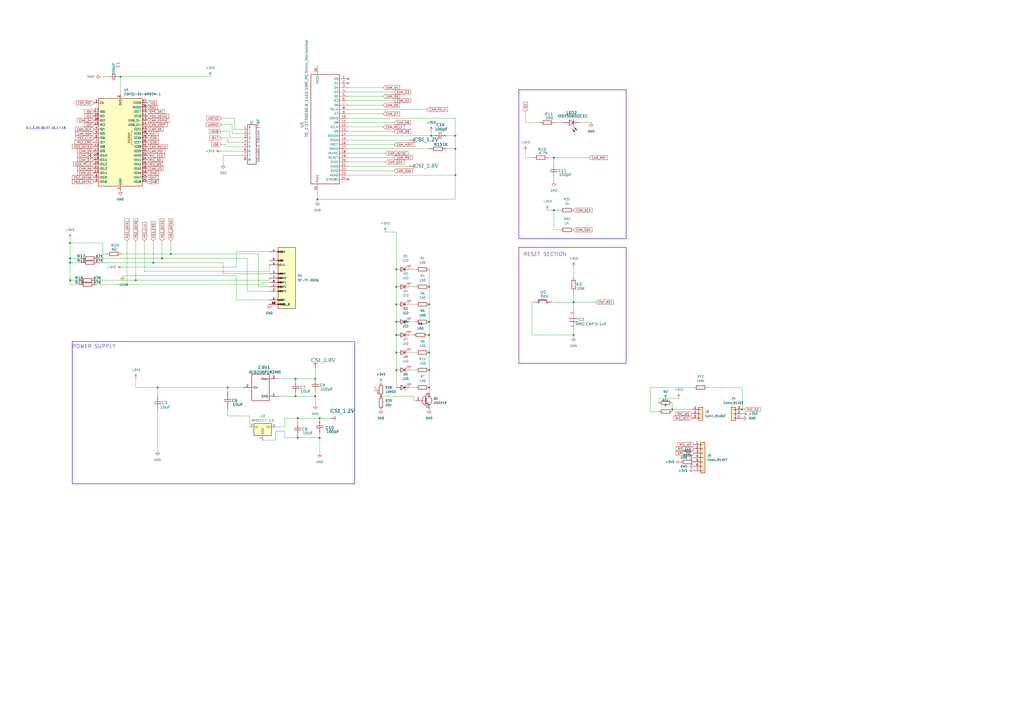
<source format=kicad_sch>
(kicad_sch (version 20250114) (generator "eeschema") (generator_version "9.0")
  (paper "A2")
  (rectangle (start 300.99 52.07) (end 363.22 138.43) (stroke (width 0.254)))
  (rectangle (start 300.99 143.51) (end 363.22 210.82) (stroke (width 0.254)))
  (rectangle (start 41.91 198.12) (end 205.74 280.67) (stroke (width 0.254)))
  (text "RESET SECTION" (at 303.53 146.4183 0) (effects (font (size 2.1717 2.1717)) (justify left top)))
  (text "0,1,3,35,36,37,46,47,48" (at 26.67 74.422 0) (effects (font (size 1.27 1.27))))
  (text "POWER SUPPLY" (at 41.91 199.7583 0) (effects (font (size 2.1717 2.1717)) (justify left top)))
  (junction (at 332.74 194.31))
  (junction (at 264.16 86.36))
  (junction (at 184.15 115.57))
  (junction (at 250.19 78.74))
  (junction (at 229.87 186.69))
  (junction (at 78.74 162.56))
  (junction (at 248.92 166.37))
  (junction (at 229.87 156.21))
  (junction (at 229.87 214.63))
  (junction (at 88.9 152.4))
  (junction (at 264.16 101.6))
  (junction (at 229.87 176.53))
  (junction (at 321.31 121.92))
  (junction (at 40.64 162.56))
  (junction (at 132.08 224.79))
  (junction (at 40.64 140.97))
  (junction (at 389.89 237.49))
  (junction (at 172.72 242.57))
  (junction (at 332.74 175.26))
  (junction (at 248.92 204.47))
  (junction (at 248.92 194.31))
  (junction (at 430.53 237.49))
  (junction (at 248.92 176.53))
  (junction (at 73.66 165.1))
  (junction (at 91.44 224.79))
  (junction (at 248.92 186.69))
  (junction (at 171.45 229.87))
  (junction (at 93.98 149.86))
  (junction (at 172.72 254))
  (junction (at 220.98 229.87))
  (junction (at 248.92 214.63))
  (junction (at 40.64 152.4))
  (junction (at 229.87 194.31))
  (junction (at 264.16 78.74))
  (junction (at 182.88 229.87))
  (junction (at 69.85 44.45))
  (junction (at 229.87 166.37))
  (junction (at 229.87 204.47))
  (junction (at 99.06 147.32))
  (junction (at 185.42 242.57))
  (junction (at 248.92 224.79))
  (junction (at 185.42 254))
  (junction (at 182.88 219.71))
  (junction (at 40.64 149.86))
  (junction (at 321.31 91.44))
  (junction (at 171.45 219.71))
  (no_connect (at 201.93 45.72))
  (no_connect (at 201.93 104.14))
  (no_connect (at 201.93 48.26))
  (wire (pts (xy 431.8 237.49) (xy 430.53 237.49)))
  (wire (pts (xy 240.03 194.31) (xy 237.49 194.31)))
  (wire (pts (xy 185.42 242.57) (xy 172.72 242.57)))
  (wire (pts (xy 152.4 165.1) (xy 152.4 163.83)))
  (wire (pts (xy 321.31 121.92) (xy 321.31 133.35)))
  (wire (pts (xy 132.08 82.55) (xy 140.97 82.55)))
  (wire (pts (xy 201.93 53.34) (xy 228.6 53.34)))
  (wire (pts (xy 45.72 165.1) (xy 40.64 165.1)))
  (wire (pts (xy 229.87 166.37) (xy 229.87 176.53)))
  (wire (pts (xy 165.1 247.65) (xy 160.02 247.65)))
  (wire (pts (xy 201.93 91.44) (xy 228.6 91.44)))
  (wire (pts (xy 201.93 66.04) (xy 222.25 66.04)))
  (wire (pts (xy 91.44 261.62) (xy 91.44 238.76)))
  (wire (pts (xy 264.16 101.6) (xy 264.16 86.36)))
  (wire (pts (xy 201.93 63.5) (xy 247.65 63.5)))
  (wire (pts (xy 83.82 157.48) (xy 156.21 157.48)))
  (wire (pts (xy 99.06 147.32) (xy 149.86 147.32)))
  (wire (pts (xy 430.53 224.79) (xy 410.21 224.79)))
  (wire (pts (xy 308.61 175.26) (xy 308.61 194.31)))
  (wire (pts (xy 40.64 140.97) (xy 40.64 149.86)))
  (wire (pts (xy 59.69 147.32) (xy 59.69 140.97)))
  (wire (pts (xy 201.93 76.2) (xy 228.6 76.2)))
  (wire (pts (xy 240.03 232.41) (xy 241.3 232.41)))
  (wire (pts (xy 165.1 254) (xy 165.1 250.19)))
  (wire (pts (xy 57.15 152.4) (xy 88.9 152.4)))
  (wire (pts (xy 144.78 241.3) (xy 144.78 247.65)))
  (wire (pts (xy 128.27 68.58) (xy 135.89 68.58)))
  (wire (pts (xy 129.54 152.4) (xy 129.54 158.75)))
  (wire (pts (xy 134.62 72.39) (xy 134.62 77.47)))
  (wire (pts (xy 182.88 219.71) (xy 171.45 219.71)))
  (wire (pts (xy 46.99 152.4) (xy 40.64 152.4)))
  (wire (pts (xy 201.93 93.98) (xy 223.52 93.98)))
  (wire (pts (xy 172.72 254) (xy 165.1 254)))
  (wire (pts (xy 137.16 173.99) (xy 156.21 173.99)))
  (wire (pts (xy 345.44 175.26) (xy 332.74 175.26)))
  (wire (pts (xy 248.92 156.21) (xy 248.92 166.37)))
  (wire (pts (xy 237.49 186.69) (xy 241.3 186.69)))
  (wire (pts (xy 247.65 194.31) (xy 248.92 194.31)))
  (wire (pts (xy 184.15 111.76) (xy 184.15 115.57)))
  (wire (pts (xy 165.1 242.57) (xy 165.1 247.65)))
  (wire (pts (xy 149.86 166.37) (xy 156.21 166.37)))
  (wire (pts (xy 393.7 231.14) (xy 382.27 231.14)))
  (wire (pts (xy 237.49 204.47) (xy 241.3 204.47)))
  (wire (pts (xy 59.69 140.97) (xy 40.64 140.97)))
  (wire (pts (xy 318.77 91.44) (xy 321.31 91.44)))
  (wire (pts (xy 128.27 72.39) (xy 134.62 72.39)))
  (wire (pts (xy 78.74 162.56) (xy 156.21 162.56)))
  (wire (pts (xy 332.74 191.77) (xy 332.74 194.31)))
  (wire (pts (xy 132.08 227.33) (xy 132.08 224.79)))
  (wire (pts (xy 143.51 149.86) (xy 143.51 168.91)))
  (wire (pts (xy 185.42 254) (xy 172.72 254)))
  (wire (pts (xy 156.21 162.56) (xy 156.21 161.29)))
  (wire (pts (xy 201.93 73.66) (xy 222.25 73.66)))
  (wire (pts (xy 93.98 149.86) (xy 143.51 149.86)))
  (wire (pts (xy 264.16 115.57) (xy 264.16 101.6)))
  (wire (pts (xy 201.93 88.9) (xy 223.52 88.9)))
  (wire (pts (xy 71.12 160.02) (xy 137.16 160.02)))
  (wire (pts (xy 93.98 139.7) (xy 93.98 149.86)))
  (wire (pts (xy 321.31 102.87) (xy 321.31 105.41)))
  (wire (pts (xy 201.93 86.36) (xy 248.92 86.36)))
  (wire (pts (xy 201.93 71.12) (xy 228.6 71.12)))
  (wire (pts (xy 172.72 243.84) (xy 172.72 242.57)))
  (wire (pts (xy 128.27 76.2) (xy 133.35 76.2)))
  (wire (pts (xy 133.35 80.01) (xy 140.97 80.01)))
  (wire (pts (xy 248.92 214.63) (xy 248.92 224.79)))
  (wire (pts (xy 135.89 74.93) (xy 140.97 74.93)))
  (wire (pts (xy 185.42 243.84) (xy 185.42 242.57)))
  (wire (pts (xy 382.27 231.14) (xy 382.27 233.68)))
  (wire (pts (xy 229.87 186.69) (xy 229.87 194.31)))
  (wire (pts (xy 402.59 224.79) (xy 377.19 224.79)))
  (wire (pts (xy 237.49 156.21) (xy 241.3 156.21)))
  (wire (pts (xy 237.49 214.63) (xy 241.3 214.63)))
  (wire (pts (xy 332.74 175.26) (xy 332.74 179.07)))
  (wire (pts (xy 40.64 152.4) (xy 40.64 149.86)))
  (wire (pts (xy 40.64 162.56) (xy 40.64 152.4)))
  (wire (pts (xy 69.85 44.45) (xy 69.85 54.61)))
  (wire (pts (xy 201.93 81.28) (xy 237.49 81.28)))
  (wire (pts (xy 182.88 234.95) (xy 182.88 229.87)))
  (wire (pts (xy 132.08 80.01) (xy 132.08 82.55)))
  (wire (pts (xy 430.53 237.49) (xy 430.53 224.79)))
  (wire (pts (xy 171.45 219.71) (xy 161.29 219.71)))
  (wire (pts (xy 69.85 44.45) (xy 121.92 44.45)))
  (wire (pts (xy 128.27 83.82) (xy 130.81 83.82)))
  (wire (pts (xy 248.92 204.47) (xy 248.92 214.63)))
  (wire (pts (xy 326.39 71.12) (xy 322.58 71.12)))
  (wire (pts (xy 321.31 91.44) (xy 321.31 95.25)))
  (wire (pts (xy 135.89 68.58) (xy 135.89 74.93)))
  (wire (pts (xy 152.4 255.27) (xy 160.02 255.27)))
  (wire (pts (xy 137.16 154.94) (xy 137.16 146.05)))
  (wire (pts (xy 201.93 78.74) (xy 250.19 78.74)))
  (wire (pts (xy 71.12 154.94) (xy 137.16 154.94)))
  (wire (pts (xy 171.45 229.87) (xy 161.29 229.87)))
  (wire (pts (xy 83.82 139.7) (xy 83.82 157.48)))
  (wire (pts (xy 201.93 55.88) (xy 222.25 55.88)))
  (wire (pts (xy 248.92 227.33) (xy 248.92 224.79)))
  (wire (pts (xy 129.54 95.25) (xy 129.54 90.17)))
  (wire (pts (xy 71.12 147.32) (xy 99.06 147.32)))
  (wire (pts (xy 132.08 224.79) (xy 140.97 224.79)))
  (wire (pts (xy 229.87 204.47) (xy 229.87 214.63)))
  (wire (pts (xy 58.42 44.45) (xy 62.23 44.45)))
  (wire (pts (xy 389.89 237.49) (xy 401.32 237.49)))
  (wire (pts (xy 73.66 165.1) (xy 152.4 165.1)))
  (wire (pts (xy 308.61 194.31) (xy 332.74 194.31)))
  (wire (pts (xy 91.44 224.79) (xy 78.74 224.79)))
  (wire (pts (xy 201.93 58.42) (xy 228.6 58.42)))
  (wire (pts (xy 237.49 176.53) (xy 241.3 176.53)))
  (wire (pts (xy 91.44 224.79) (xy 132.08 224.79)))
  (wire (pts (xy 191.77 242.57) (xy 185.42 242.57)))
  (wire (pts (xy 128.27 80.01) (xy 132.08 80.01)))
  (wire (pts (xy 182.88 227.33) (xy 182.88 229.87)))
  (wire (pts (xy 264.16 78.74) (xy 264.16 68.58)))
  (wire (pts (xy 201.93 101.6) (xy 264.16 101.6)))
  (wire (pts (xy 128.27 87.63) (xy 140.97 87.63)))
  (wire (pts (xy 137.16 146.05) (xy 156.21 146.05)))
  (wire (pts (xy 223.52 134.62) (xy 229.87 134.62)))
  (wire (pts (xy 182.88 213.36) (xy 182.88 219.71)))
  (wire (pts (xy 132.08 237.49) (xy 132.08 241.3)))
  (wire (pts (xy 321.31 121.92) (xy 325.12 121.92)))
  (wire (pts (xy 237.49 166.37) (xy 241.3 166.37)))
  (wire (pts (xy 259.08 86.36) (xy 264.16 86.36)))
  (wire (pts (xy 264.16 86.36) (xy 264.16 78.74)))
  (wire (pts (xy 304.8 64.77) (xy 304.8 71.12)))
  (wire (pts (xy 389.89 233.68) (xy 389.89 237.49)))
  (wire (pts (xy 78.74 219.71) (xy 78.74 224.79)))
  (wire (pts (xy 143.51 168.91) (xy 156.21 168.91)))
  (wire (pts (xy 201.93 50.8) (xy 222.25 50.8)))
  (wire (pts (xy 332.74 170.18) (xy 332.74 175.26)))
  (wire (pts (xy 45.72 162.56) (xy 40.64 162.56)))
  (wire (pts (xy 130.81 85.09) (xy 140.97 85.09)))
  (wire (pts (xy 240.03 229.87) (xy 220.98 229.87)))
  (wire (pts (xy 201.93 96.52) (xy 237.49 96.52)))
  (wire (pts (xy 132.08 241.3) (xy 144.78 241.3)))
  (wire (pts (xy 73.66 139.7) (xy 73.66 165.1)))
  (wire (pts (xy 185.42 262.89) (xy 185.42 254)))
  (wire (pts (xy 156.21 157.48) (xy 156.21 153.67)))
  (wire (pts (xy 130.81 83.82) (xy 130.81 85.09)))
  (wire (pts (xy 40.64 138.43) (xy 40.64 140.97)))
  (wire (pts (xy 389.89 237.49) (xy 389.89 238.76)))
  (wire (pts (xy 250.19 76.2) (xy 250.19 78.74)))
  (wire (pts (xy 229.87 156.21) (xy 229.87 166.37)))
  (wire (pts (xy 248.92 186.69) (xy 248.92 194.31)))
  (wire (pts (xy 342.9 71.12) (xy 336.55 71.12)))
  (wire (pts (xy 377.19 224.79) (xy 377.19 238.76)))
  (wire (pts (xy 184.15 115.57) (xy 264.16 115.57)))
  (wire (pts (xy 240.03 232.41) (xy 240.03 229.87)))
  (wire (pts (xy 99.06 139.7) (xy 99.06 147.32)))
  (wire (pts (xy 152.4 163.83) (xy 156.21 163.83)))
  (wire (pts (xy 133.35 76.2) (xy 133.35 80.01)))
  (wire (pts (xy 264.16 68.58) (xy 201.93 68.58)))
  (wire (pts (xy 321.31 133.35) (xy 325.12 133.35)))
  (wire (pts (xy 237.49 224.79) (xy 241.3 224.79)))
  (wire (pts (xy 184.15 115.57) (xy 184.15 116.84)))
  (wire (pts (xy 201.93 99.06) (xy 228.6 99.06)))
  (wire (pts (xy 88.9 139.7) (xy 88.9 152.4)))
  (wire (pts (xy 165.1 250.19) (xy 160.02 250.19)))
  (wire (pts (xy 304.8 87.63) (xy 304.8 91.44)))
  (wire (pts (xy 229.87 176.53) (xy 229.87 186.69)))
  (wire (pts (xy 185.42 251.46) (xy 185.42 254)))
  (wire (pts (xy 78.74 139.7) (xy 78.74 162.56)))
  (wire (pts (xy 57.15 149.86) (xy 93.98 149.86)))
  (wire (pts (xy 88.9 152.4) (xy 129.54 152.4)))
  (wire (pts (xy 250.19 78.74) (xy 251.46 78.74)))
  (wire (pts (xy 317.5 121.92) (xy 321.31 121.92)))
  (wire (pts (xy 172.72 242.57) (xy 165.1 242.57)))
  (wire (pts (xy 229.87 134.62) (xy 229.87 156.21)))
  (wire (pts (xy 60.96 147.32) (xy 59.69 147.32)))
  (wire (pts (xy 129.54 158.75) (xy 156.21 158.75)))
  (wire (pts (xy 160.02 255.27) (xy 160.02 250.19)))
  (wire (pts (xy 201.93 60.96) (xy 222.25 60.96)))
  (wire (pts (xy 248.92 166.37) (xy 248.92 176.53)))
  (wire (pts (xy 248.92 194.31) (xy 248.92 204.47)))
  (wire (pts (xy 229.87 214.63) (xy 229.87 224.79)))
  (wire (pts (xy 341.63 91.44) (xy 321.31 91.44)))
  (wire (pts (xy 91.44 228.6) (xy 91.44 224.79)))
  (wire (pts (xy 137.16 160.02) (xy 137.16 173.99)))
  (wire (pts (xy 229.87 194.31) (xy 229.87 204.47)))
  (wire (pts (xy 264.16 78.74) (xy 259.08 78.74)))
  (wire (pts (xy 248.92 176.53) (xy 248.92 186.69)))
  (wire (pts (xy 40.64 149.86) (xy 46.99 149.86)))
  (wire (pts (xy 134.62 77.47) (xy 140.97 77.47)))
  (wire (pts (xy 332.74 154.94) (xy 332.74 160.02)))
  (wire (pts (xy 304.8 91.44) (xy 308.61 91.44)))
  (wire (pts (xy 332.74 194.31) (xy 332.74 195.58)))
  (wire (pts (xy 377.19 238.76) (xy 382.27 238.76)))
  (wire (pts (xy 55.88 162.56) (xy 78.74 162.56)))
  (wire (pts (xy 304.8 71.12) (xy 312.42 71.12)))
  (wire (pts (xy 55.88 165.1) (xy 73.66 165.1)))
  (wire (pts (xy 182.88 229.87) (xy 171.45 229.87)))
  (wire (pts (xy 40.64 165.1) (xy 40.64 162.56)))
  (wire (pts (xy 321.31 175.26) (xy 332.74 175.26)))
  (wire (pts (xy 149.86 147.32) (xy 149.86 166.37)))
  (wire (pts (xy 129.54 90.17) (xy 140.97 90.17)))
  (wire (pts (xy 201.93 83.82) (xy 228.6 83.82)))
  (global_label "IO47" (shape input) (at 128.27 80.01 180) (property "Intersheetrefs" "${INTERSHEET_REFS}" (effects (hide yes))))
  (global_label "CAM_D5" (shape input) (at 222.25 55.88 0) (property "Intersheetrefs" "${INTERSHEET_REFS}" (effects (hide yes))))
  (global_label "CAM_RST" (shape input) (at 228.6 91.44 0) (property "Intersheetrefs" "${INTERSHEET_REFS}" (effects (hide yes))))
  (global_label "HS2_DATA2" (shape input) (at 85.09 67.31 0) (property "Intersheetrefs" "${INTERSHEET_REFS}" (effects (hide yes))))
  (global_label "CAM_D8" (shape input) (at 54.61 90.17 180) (property "Intersheetrefs" "${INTERSHEET_REFS}" (effects (hide yes))))
  (global_label "HS2_CLK" (shape input) (at 83.82 139.7 90) (property "Intersheetrefs" "${INTERSHEET_REFS}" (effects (hide yes))))
  (global_label "CAM_D3" (shape input) (at 85.09 97.79 0) (property "Intersheetrefs" "${INTERSHEET_REFS}" (effects (hide yes))))
  (global_label "CAM_D4" (shape input) (at 222.25 50.8 0) (property "Intersheetrefs" "${INTERSHEET_REFS}" (effects (hide yes))))
  (global_label "CAM_D6" (shape input) (at 54.61 97.79 180) (property "Intersheetrefs" "${INTERSHEET_REFS}" (effects (hide yes))))
  (global_label "MIC_SD" (shape input) (at 85.09 92.71 0) (property "Intersheetrefs" "${INTERSHEET_REFS}" (effects (hide yes))))
  (global_label "MIC_WS" (shape input) (at 402.59 257.81 180) (property "Intersheetrefs" "${INTERSHEET_REFS}" (effects (hide yes))))
  (global_label "MIC_SCK" (shape input) (at 402.59 260.35 180) (property "Intersheetrefs" "${INTERSHEET_REFS}" (effects (hide yes))))
  (global_label "CAM_PCLK" (shape input) (at 54.61 95.25 180) (property "Intersheetrefs" "${INTERSHEET_REFS}" (effects (hide yes))))
  (global_label "IO46" (shape input) (at 85.09 100.33 0) (property "Intersheetrefs" "${INTERSHEET_REFS}" (effects (hide yes))))
  (global_label "CAM_D6" (shape input) (at 222.25 60.96 0) (property "Intersheetrefs" "${INTERSHEET_REFS}" (effects (hide yes))))
  (global_label "ESP_RST" (shape input) (at 54.61 59.69 180) (property "Intersheetrefs" "${INTERSHEET_REFS}" (effects (hide yes))))
  (global_label "SPK_DAT" (shape input) (at 402.59 262.89 180) (property "Intersheetrefs" "${INTERSHEET_REFS}" (effects (hide yes))))
  (global_label "HS2_DATA3" (shape input) (at 54.61 85.09 180) (property "Intersheetrefs" "${INTERSHEET_REFS}" (effects (hide yes))))
  (global_label "CAM_RST" (shape input) (at 85.09 87.63 0) (property "Intersheetrefs" "${INTERSHEET_REFS}" (effects (hide yes))))
  (global_label "CAM_SCK" (shape input) (at 223.52 93.98 0) (property "Intersheetrefs" "${INTERSHEET_REFS}" (effects (hide yes))))
  (global_label "HS2_DATA1" (shape input) (at 54.61 105.41 180) (property "Intersheetrefs" "${INTERSHEET_REFS}" (effects (hide yes))))
  (global_label "CAM_D7" (shape input) (at 222.25 66.04 0) (property "Intersheetrefs" "${INTERSHEET_REFS}" (effects (hide yes))))
  (global_label "CAM_SCK" (shape input) (at 54.61 74.93 180) (property "Intersheetrefs" "${INTERSHEET_REFS}" (effects (hide yes))))
  (global_label "CAM_VSYNC" (shape input) (at 223.52 88.9 0) (property "Intersheetrefs" "${INTERSHEET_REFS}" (effects (hide yes))))
  (global_label "HS2_DATA1" (shape input) (at 73.66 139.7 90) (property "Intersheetrefs" "${INTERSHEET_REFS}" (effects (hide yes))))
  (global_label "CAM_D2" (shape input) (at 54.61 100.33 180) (property "Intersheetrefs" "${INTERSHEET_REFS}" (effects (hide yes))))
  (global_label "IO48" (shape input) (at 85.09 105.41 0) (property "Intersheetrefs" "${INTERSHEET_REFS}" (effects (hide yes))))
  (global_label "IO48" (shape input) (at 128.27 76.2 180) (property "Intersheetrefs" "${INTERSHEET_REFS}" (effects (hide yes))))
  (global_label "HS2_DATA0" (shape input) (at 54.61 102.87 180) (property "Intersheetrefs" "${INTERSHEET_REFS}" (effects (hide yes))))
  (global_label "HS2_DATA3" (shape input) (at 93.98 139.7 90) (property "Intersheetrefs" "${INTERSHEET_REFS}" (effects (hide yes))))
  (global_label "MIC_SD" (shape input) (at 431.8 237.49 0) (property "Intersheetrefs" "${INTERSHEET_REFS}" (effects (hide yes))))
  (global_label "CAM_D2" (shape input) (at 228.6 58.42 0) (property "Intersheetrefs" "${INTERSHEET_REFS}" (effects (hide yes))))
  (global_label "CAM_SDA" (shape input) (at 332.74 133.35 0) (property "Intersheetrefs" "${INTERSHEET_REFS}" (effects (hide yes))))
  (global_label "IO1" (shape input) (at 54.61 67.31 180) (property "Intersheetrefs" "${INTERSHEET_REFS}" (effects (hide yes))))
  (global_label "MIC_WS" (shape input) (at 401.32 240.03 180) (property "Intersheetrefs" "${INTERSHEET_REFS}" (effects (hide yes))))
  (global_label "U0TXD" (shape input) (at 128.27 68.58 180) (property "Intersheetrefs" "${INTERSHEET_REFS}" (effects (hide yes))))
  (global_label "IO47" (shape input) (at 85.09 102.87 0) (property "Intersheetrefs" "${INTERSHEET_REFS}" (effects (hide yes))))
  (global_label "RXD" (shape input) (at 85.09 62.23 0) (property "Intersheetrefs" "${INTERSHEET_REFS}" (effects (hide yes))))
  (global_label "HS2_DATA0" (shape input) (at 78.74 139.7 90) (property "Intersheetrefs" "${INTERSHEET_REFS}" (effects (hide yes))))
  (global_label "IO1" (shape input) (at 304.8 64.77 90) (property "Intersheetrefs" "${INTERSHEET_REFS}" (effects (hide yes))))
  (global_label "MIC_SCK" (shape input) (at 401.32 242.57 180) (property "Intersheetrefs" "${INTERSHEET_REFS}" (effects (hide yes))))
  (global_label "CAM_MCLK" (shape input) (at 222.25 73.66 0) (property "Intersheetrefs" "${INTERSHEET_REFS}" (effects (hide yes))))
  (global_label "HS2_DATA2" (shape input) (at 99.06 139.7 90) (property "Intersheetrefs" "${INTERSHEET_REFS}" (effects (hide yes))))
  (global_label "CAM_SDA" (shape input) (at 54.61 77.47 180) (property "Intersheetrefs" "${INTERSHEET_REFS}" (effects (hide yes))))
  (global_label "CAM_D7" (shape input) (at 54.61 92.71 180) (property "Intersheetrefs" "${INTERSHEET_REFS}" (effects (hide yes))))
  (global_label "IO35" (shape input) (at 85.09 82.55 0) (property "Intersheetrefs" "${INTERSHEET_REFS}" (effects (hide yes))))
  (global_label "MIC_WS" (shape input) (at 85.09 95.25 0) (property "Intersheetrefs" "${INTERSHEET_REFS}" (effects (hide yes))))
  (global_label "IO0" (shape input) (at 54.61 64.77 180) (property "Intersheetrefs" "${INTERSHEET_REFS}" (effects (hide yes))))
  (global_label "CAM_D5" (shape input) (at 85.09 74.93 0) (property "Intersheetrefs" "${INTERSHEET_REFS}" (effects (hide yes))))
  (global_label "HS2_CMD" (shape input) (at 54.61 82.55 180) (property "Intersheetrefs" "${INTERSHEET_REFS}" (effects (hide yes))))
  (global_label "IO36" (shape input) (at 85.09 80.01 0) (property "Intersheetrefs" "${INTERSHEET_REFS}" (effects (hide yes))))
  (global_label "CAM_PCLK" (shape input) (at 247.65 63.5 0) (property "Intersheetrefs" "${INTERSHEET_REFS}" (effects (hide yes))))
  (global_label "CAM_VSYNC" (shape input) (at 85.09 69.85 0) (property "Intersheetrefs" "${INTERSHEET_REFS}" (effects (hide yes))))
  (global_label "CAM_SCK" (shape input) (at 332.74 121.92 0) (property "Intersheetrefs" "${INTERSHEET_REFS}" (effects (hide yes))))
  (global_label "U0RXD" (shape input) (at 128.27 72.39 180) (property "Intersheetrefs" "${INTERSHEET_REFS}" (effects (hide yes))))
  (global_label "CAM_D8" (shape input) (at 228.6 71.12 0) (property "Intersheetrefs" "${INTERSHEET_REFS}" (effects (hide yes))))
  (global_label "IO37" (shape input) (at 85.09 77.47 0) (property "Intersheetrefs" "${INTERSHEET_REFS}" (effects (hide yes))))
  (global_label "CAM_RST" (shape input) (at 341.63 91.44 0) (property "Intersheetrefs" "${INTERSHEET_REFS}" (effects (hide yes))))
  (global_label "TXD" (shape input) (at 85.09 59.69 0) (property "Intersheetrefs" "${INTERSHEET_REFS}" (effects (hide yes))))
  (global_label "ESP_RST" (shape input) (at 345.44 175.26 0) (property "Intersheetrefs" "${INTERSHEET_REFS}" (effects (hide yes))))
  (global_label "HS2_CMD" (shape input) (at 88.9 139.7 90) (property "Intersheetrefs" "${INTERSHEET_REFS}" (effects (hide yes))))
  (global_label "CAM_D4" (shape input) (at 54.61 69.85 180) (property "Intersheetrefs" "${INTERSHEET_REFS}" (effects (hide yes))))
  (global_label "CAM_HREF" (shape input) (at 228.6 83.82 0) (property "Intersheetrefs" "${INTERSHEET_REFS}" (effects (hide yes))))
  (global_label "CAM_D9" (shape input) (at 228.6 76.2 0) (property "Intersheetrefs" "${INTERSHEET_REFS}" (effects (hide yes))))
  (global_label "MIC_SCK" (shape input) (at 85.09 90.17 0) (property "Intersheetrefs" "${INTERSHEET_REFS}" (effects (hide yes))))
  (global_label "CAM_D3" (shape input) (at 228.6 53.34 0) (property "Intersheetrefs" "${INTERSHEET_REFS}" (effects (hide yes))))
  (global_label "IO0" (shape input) (at 128.27 83.82 180) (property "Intersheetrefs" "${INTERSHEET_REFS}" (effects (hide yes))))
  (global_label "IO3" (shape input) (at 54.61 72.39 180) (property "Intersheetrefs" "${INTERSHEET_REFS}" (effects (hide yes))))
  (global_label "HS2_CLK" (shape input) (at 54.61 80.01 180) (property "Intersheetrefs" "${INTERSHEET_REFS}" (effects (hide yes))))
  (global_label "SPK_DAT" (shape input) (at 85.09 64.77 0) (property "Intersheetrefs" "${INTERSHEET_REFS}" (effects (hide yes))))
  (global_label "CAM_HREF" (shape input) (at 85.09 72.39 0) (property "Intersheetrefs" "${INTERSHEET_REFS}" (effects (hide yes))))
  (global_label "CAM_D9" (shape input) (at 54.61 87.63 180) (property "Intersheetrefs" "${INTERSHEET_REFS}" (effects (hide yes))))
  (global_label "CAM_SDA" (shape input) (at 228.6 99.06 0) (property "Intersheetrefs" "${INTERSHEET_REFS}" (effects (hide yes))))
  (global_label "CAM_MCLK" (shape input) (at 85.09 85.09 0) (property "Intersheetrefs" "${INTERSHEET_REFS}" (effects (hide yes))))
  (symbol (lib_id "Device:R") (at 245.11 214.63 90) (unit 1)
    (property "Reference" "R14" (at 245.11 208.28 90))
    (property "Value" "100" (at 245.11 210.82 90))
    (property "Footprint" "Resistor_SMD:R_0402_1005Metric" (effects (hide yes)))
    (property "Description" "Resistor" (effects (hide yes)))
  )
  (symbol (lib_id "Key") (at 314.452 174.498 0) (unit 0)
    (property "Reference" "U2" (at 313.4614 168.5417 0) (effects (font (size 1.6891 1.6891)) (justify left top)))
    (property "Value" "Key" (at 313.4614 170.8531 0) (effects (font (size 1.6891 1.6891)) (justify left top)))
    (property "Footprint" "Connector_PinHeader_2.54mm:PinHeader_1x02_P2.54mm_Vertical" (effects (hide yes)))
  )
  (symbol (lib_id "Device:R") (at 245.11 224.79 90) (unit 1)
    (property "Reference" "R7" (at 245.11 218.44 90))
    (property "Value" "100" (at 245.11 220.98 90))
    (property "Footprint" "Resistor_SMD:R_0402_1005Metric" (effects (hide yes)))
    (property "Description" "Resistor" (effects (hide yes)))
  )
  (symbol (lib_id "Connector_Generic:Conn_01x03") (at 425.45 240.03 180) (unit 1)
    (property "Reference" "J4" (at 425.45 231.14 0))
    (property "Value" "Conn_01x03" (at 425.45 233.68 0))
    (property "Footprint" "Connector_PinSocket_2.54mm:PinSocket_1x03_P2.54mm_Vertical" (effects (hide yes)))
    (property "Description" "Generic connector, single row, 01x03, script generated (kicad-library-utils/schlib/autogen/connector/)" (effects (hide yes)))
  )
  (symbol (lib_id "0402WGF4701TCE_2") (at 313.69 91.44 0) (unit 0)
    (property "Reference" "R10" (at 312.166 85.8647 0) (effects (font (size 1.6891 1.6891)) (justify left top)))
    (property "Value" "4.7K" (at 312.166 87.9729 0) (effects (font (size 1.6891 1.6891)) (justify left top)))
    (property "Footprint" "Resistor_SMD:R_0402_1005Metric" (effects (hide yes)))
    (property "Manufacturer Part" "0402WGF4701TCE" (effects (hide yes)))
    (property "Manufacturer" "UniOhm" (effects (hide yes)))
    (property "Supplier Part" "C25900" (effects (hide yes)))
    (property "Supplier" "LCSC" (effects (hide yes)))
  )
  (symbol (lib_id "XC6206P282MR") (at 151.13 224.79 0) (unit 0)
    (property "Reference" "2.8V1" (at 149.6314 212.3313 0) (effects (font (size 1.6891 1.6891)) (justify left top)))
    (property "Value" "XC6206P282MR" (at 143.5608 215.0491 0) (effects (font (size 1.6891 1.6891)) (justify left top)))
    (property "Footprint" "Package_TO_SOT_SMD:SOT-23-3" (effects (hide yes)))
    (property "Manufacturer Part" "XC6206P282MR" (effects (hide yes)))
    (property "Manufacturer" "TOREX" (effects (hide yes)))
    (property "Supplier Part" "C14255" (effects (hide yes)))
    (property "Supplier" "LCSC" (effects (hide yes)))
  )
  (symbol (lib_id "0402CG101J500NT_2") (at 321.31 99.06 0) (unit 0)
    (property "Reference" "C11" (at 323.85 98.1837 0) (effects (font (size 1.6891 1.6891)) (justify left top)))
    (property "Value" "100pF" (at 323.85 100.4697 0) (effects (font (size 1.6891 1.6891)) (justify left top)))
    (property "Footprint" "Capacitor_SMD:C_0603_1608Metric" (effects (hide yes)))
    (property "Manufacturer Part" "0402CG101J500NT" (effects (hide yes)))
    (property "Manufacturer" "FH" (effects (hide yes)))
    (property "Supplier Part" "C1546" (effects (hide yes)))
    (property "Supplier" "LCSC" (effects (hide yes)))
  )
  (symbol (lib_id "power:GND") (at 402.59 270.51 270) (unit 1)
    (property "Reference" "#PWR038" (effects (hide yes)))
    (property "Value" "GND" (at 398.78 270.5099 90) (effects (justify right)))
    (property "Description" "Power symbol creates a global label with name \"GND\" , ground" (effects (hide yes)))
  )
  (symbol (lib_id "Transistor_BJT:2N2219") (at 246.38 232.41 0) (unit 1)
    (property "Reference" "Q1" (at 251.46 231.1399 0) (effects (justify left)))
    (property "Value" "2N2219" (at 251.46 233.6799 0) (effects (justify left)))
    (property "Footprint" "Package_TO_SOT_THT:TO-46-3_Window" (effects (hide yes)))
    (property "Datasheet" "http://www.onsemi.com/pub_link/Collateral/2N2219-D.PDF" (effects (hide yes)))
    (property "Description" "800mA Ic, 50V Vce, NPN Transistor, TO-39" (effects (hide yes)))
  )
  (symbol (lib_id "Device:R") (at 398.78 267.97 270) (unit 1)
    (property "Reference" "R23" (at 398.78 261.62 90))
    (property "Value" "633k" (at 398.78 264.16 90))
    (property "Footprint" "Resistor_SMD:R_0603_1608Metric" (effects (hide yes)))
  )
  (symbol (lib_id "power:+3V3") (at 250.19 76.2 0) (unit 1)
    (property "Reference" "#PWR031" (effects (hide yes)))
    (property "Value" "+3V3" (at 250.19 71.12 0))
    (property "Description" "Power symbol creates a global label with name \"+3V3\"" (effects (hide yes)))
  )
  (symbol (lib_id "Device:R") (at 406.4 224.79 90) (unit 1)
    (property "Reference" "R22" (at 406.4 218.44 90))
    (property "Value" "100k" (at 406.4 220.98 90))
    (property "Footprint" "Resistor_SMD:R_0402_1005Metric" (effects (hide yes)))
    (property "Description" "Resistor" (effects (hide yes)))
  )
  (symbol (lib_id "SMD CAP 0.1uF") (at 332.74 185.674 0) (unit 0)
    (property "Reference" "C2" (at 335.788 184.5437 0) (effects (font (size 1.6891 1.6891)) (justify left top)))
    (property "Value" "SMD CAP 0.1uF" (at 332.867 187.0837 0) (effects (font (size 1.6891 1.6891)) (justify left top)))
    (property "Footprint" "Capacitor_SMD:C_0603_1608Metric" (effects (hide yes)))
  )
  (symbol (lib_id "0805W8F1001T5E_1") (at 317.5 71.12 0) (unit 1)
    (property "Reference" "R11" (at 316.0014 65.3669 0) (effects (font (size 1.6891 1.6891)) (justify left top)))
    (property "Value" "200" (at 316.0014 67.6529 0) (effects (font (size 1.6891 1.6891)) (justify left top)))
    (property "Footprint" "Resistor_SMD:R_0402_1005Metric" (effects (hide yes)))
    (property "Manufacturer Part" "0805W8F1001T5E" (effects (hide yes)))
    (property "Manufacturer" "UniOhm" (effects (hide yes)))
    (property "Supplier Part" "C17513" (effects (hide yes)))
    (property "Supplier" "LCSC" (effects (hide yes)))
  )
  (symbol (lib_id "power:GND") (at 71.12 160.02 0) (unit 1)
    (property "Reference" "#PWR033" (effects (hide yes)))
    (property "Value" "GND" (at 71.12 165.1 0))
    (property "Description" "Power symbol creates a global label with name \"GND\" , ground" (effects (hide yes)))
  )
  (symbol (lib_id "Device:LED") (at 233.68 166.37 180) (unit 1)
    (property "Reference" "D2" (at 235.2675 158.75 0))
    (property "Value" "LED" (at 235.2675 161.29 0))
    (property "Footprint" "LED_THT:LED_D5.0mm_IRGrey" (effects (hide yes)))
    (property "Description" "Light emitting diode" (effects (hide yes)))
    (property "Sim.Pins" "1=K 2=A" (effects (hide yes)))
  )
  (symbol (lib_id "power:GND") (at 185.42 262.89 0) (unit 1)
    (property "Reference" "#PWR020" (effects (hide yes)))
    (property "Value" "GND" (at 185.42 267.97 0))
    (property "Description" "Power symbol creates a global label with name \"GND\" , ground" (effects (hide yes)))
  )
  (symbol (lib_id "Device:R") (at 245.11 186.69 90) (unit 1)
    (property "Reference" "R5" (at 245.11 180.34 90))
    (property "Value" "100" (at 245.11 182.88 90))
    (property "Footprint" "Resistor_SMD:R_0402_1005Metric" (effects (hide yes)))
    (property "Description" "Resistor" (effects (hide yes)))
  )
  (symbol (lib_id "power:+3V3") (at 71.12 154.94 90) (unit 1)
    (property "Reference" "#PWR01" (effects (hide yes)))
    (property "Value" "+3V3" (at 67.31 154.9399 90) (effects (justify left)))
    (property "Description" "Power symbol creates a global label with name \"+3V3\"" (effects (hide yes)))
  )
  (symbol (lib_id "Regulator_Linear:AMS1117-1.5") (at 152.4 247.65 0) (unit 1)
    (property "Reference" "U3" (at 152.4 241.3 0))
    (property "Value" "AMS1117-1.5" (at 152.4 243.84 0))
    (property "Footprint" "Package_TO_SOT_SMD:SOT-89-3" (effects (hide yes)))
    (property "Datasheet" "http://www.advanced-monolithic.com/pdf/ds1117.pdf" (effects (hide yes)))
    (property "Description" "1A Low Dropout regulator, positive, 1.5V fixed output, SOT-223" (effects (hide yes)))
  )
  (symbol (lib_id "power:+3V3") (at 304.8 87.63 0) (unit 1)
    (property "Reference" "#PWR029" (effects (hide yes)))
    (property "Value" "+3V3" (at 304.8 82.55 0))
    (property "Description" "Power symbol creates a global label with name \"+3V3\"" (effects (hide yes)))
  )
  (symbol (lib_id "0805W8F1001T5E") (at 254 86.36 0) (unit 0)
    (property "Reference" "R15" (at 251.841 82.9945 0) (effects (font (size 1.6891 1.6891)) (justify left top)))
    (property "Value" "1K" (at 256.3368 82.9945 0) (effects (font (size 1.6891 1.6891)) (justify left top)))
    (property "Footprint" "Resistor_SMD:R_0402_1005Metric" (effects (hide yes)))
    (property "Manufacturer Part" "0805W8F1001T5E" (effects (hide yes)))
    (property "Manufacturer" "UniOhm" (effects (hide yes)))
    (property "Supplier Part" "C17513" (effects (hide yes)))
    (property "Supplier" "LCSC" (effects (hide yes)))
  )
  (symbol (lib_id "0402CG101J500NT") (at 66.04 44.45 270) (unit 0)
    (property "Reference" "C1" (at 69.4563 35.941 0) (effects (font (size 1.6891 1.6891)) (justify left top)))
    (property "Value" "100pF" (at 66.9417 36.0172 0) (effects (font (size 1.6891 1.6891)) (justify left top)))
    (property "Footprint" "Capacitor_SMD:C_0603_1608Metric" (effects (hide yes)))
    (property "Manufacturer Part" "0402CG101J500NT" (effects (hide yes)))
    (property "Manufacturer" "FH" (effects (hide yes)))
    (property "Supplier Part" "C1546" (effects (hide yes)))
    (property "Supplier" "LCSC" (effects (hide yes)))
  )
  (symbol (lib_id "Sensor_Optical:LDR03") (at 220.98 226.06 0) (unit 1)
    (property "Reference" "R38" (at 223.52 224.7899 0) (effects (justify left)))
    (property "Value" "LDR03" (at 223.52 227.3299 0) (effects (justify left)))
    (property "Footprint" "OptoDevice:R_LDR_5.1x4.3mm_P3.4mm_Vertical" (effects (hide yes)))
    (property "Datasheet" "http://www.elektronica-componenten.nl/WebRoot/StoreNL/Shops/61422969/54F1/BA0C/C664/31B9/2173/C0A8/2AB9/2AEF/LDR03IMP.pdf" (effects (hide yes)))
    (property "Description" "light dependent resistor" (effects (hide yes)))
  )
  (symbol (lib_id "power:GND") (at 58.42 44.45 270) (unit 1)
    (property "Reference" "#PWR026" (effects (hide yes)))
    (property "Value" "GND" (at 54.61 44.4499 90) (effects (justify right)))
    (property "Description" "Power symbol creates a global label with name \"GND\" , ground" (effects (hide yes)))
  )
  (symbol (lib_id "power:+3V3") (at 394.97 267.97 90) (unit 1)
    (property "Reference" "#PWR037" (effects (hide yes)))
    (property "Value" "+3V3" (at 391.16 267.9699 90) (effects (justify left)))
    (property "Description" "Power symbol creates a global label with name \"+3V3\"" (effects (hide yes)))
  )
  (symbol (lib_id "power:GND") (at 129.54 95.25 0) (unit 1)
    (property "Reference" "#PWR09" (effects (hide yes)))
    (property "Value" "GND" (at 129.54 100.33 0))
    (property "Description" "Power symbol creates a global label with name \"GND\" , ground" (effects (hide yes)))
  )
  (symbol (lib_id "Device:LED") (at 233.68 214.63 180) (unit 1)
    (property "Reference" "D8" (at 235.2675 207.01 0))
    (property "Value" "LED" (at 235.2675 209.55 0))
    (property "Footprint" "LED_THT:LED_D5.0mm_IRGrey" (effects (hide yes)))
    (property "Description" "Light emitting diode" (effects (hide yes)))
    (property "Sim.Pins" "1=K 2=A" (effects (hide yes)))
  )
  (symbol (lib_id "0402CG101J500NT_1") (at 255.27 78.74 0) (unit 0)
    (property "Reference" "C14" (at 253.111 71.5645 0) (effects (font (size 1.6891 1.6891)) (justify left top)))
    (property "Value" "100pF" (at 251.9172 74.1045 0) (effects (font (size 1.6891 1.6891)) (justify left top)))
    (property "Footprint" "Capacitor_SMD:C_0603_1608Metric" (effects (hide yes)))
    (property "Manufacturer Part" "0402CG101J500NT" (effects (hide yes)))
    (property "Manufacturer" "FH" (effects (hide yes)))
    (property "Supplier Part" "C1546" (effects (hide yes)))
    (property "Supplier" "LCSC" (effects (hide yes)))
  )
  (symbol (lib_id "power:+3V3") (at 220.98 222.25 0) (unit 1)
    (property "Reference" "#PWR032" (effects (hide yes)))
    (property "Value" "+3V3" (at 220.98 217.17 0))
    (property "Description" "Power symbol creates a global label with name \"+3V3\"" (effects (hide yes)))
  )
  (symbol (lib_id "power:GND") (at 220.98 237.49 0) (unit 1)
    (property "Reference" "#PWR018" (effects (hide yes)))
    (property "Value" "GND" (at 220.98 242.57 0))
    (property "Description" "Power symbol creates a global label with name \"GND\" , ground" (effects (hide yes)))
  )
  (symbol (lib_id "power:GND") (at 91.44 261.62 0) (unit 1)
    (property "Reference" "#PWR021" (effects (hide yes)))
    (property "Value" "GND" (at 91.44 266.7 0))
    (property "Description" "Power symbol creates a global label with name \"GND\" , ground" (effects (hide yes)))
  )
  (symbol (lib_id "power:GND") (at 69.85 110.49 0) (unit 1)
    (property "Reference" "#PWR015" (effects (hide yes)))
    (property "Value" "GND" (at 69.85 115.57 0))
    (property "Description" "Power symbol creates a global label with name \"GND\" , ground" (effects (hide yes)))
  )
  (symbol (lib_id "0402CG101J500NT") (at 182.88 223.52 0) (unit 0)
    (property "Reference" "C9" (at 185.42 222.6437 0) (effects (font (size 1.6891 1.6891)) (justify left top)))
    (property "Value" "100pF" (at 185.42 224.9297 0) (effects (font (size 1.6891 1.6891)) (justify left top)))
    (property "Footprint" "Capacitor_SMD:C_0603_1608Metric" (effects (hide yes)))
    (property "Manufacturer Part" "0402CG101J500NT" (effects (hide yes)))
    (property "Manufacturer" "FH" (effects (hide yes)))
    (property "Supplier Part" "C1546" (effects (hide yes)))
    (property "Supplier" "LCSC" (effects (hide yes)))
  )
  (symbol (lib_id "power:GND") (at 342.9 71.12 0) (unit 1)
    (property "Reference" "#PWR011" (effects (hide yes)))
    (property "Value" "GND" (at 342.9 76.2 0))
    (property "Description" "Power symbol creates a global label with name \"GND\" , ground" (effects (hide yes)))
  )
  (symbol (lib_id "Device:LED") (at 233.68 176.53 180) (unit 1)
    (property "Reference" "D4" (at 235.2675 168.91 0))
    (property "Value" "LED" (at 235.2675 171.45 0))
    (property "Footprint" "LED_THT:LED_D5.0mm_IRGrey" (effects (hide yes)))
    (property "Description" "Light emitting diode" (effects (hide yes)))
    (property "Sim.Pins" "1=K 2=A" (effects (hide yes)))
  )
  (symbol (lib_id "power:GND") (at 430.53 242.57 90) (unit 1)
    (property "Reference" "#PWR034" (effects (hide yes)))
    (property "Value" "GND" (at 434.34 242.5699 90) (effects (justify right)))
    (property "Description" "Power symbol creates a global label with name \"GND\" , ground" (effects (hide yes)))
  )
  (symbol (lib_id "power:GND") (at 332.74 195.58 0) (unit 1)
    (property "Reference" "#PWR010" (effects (hide yes)))
    (property "Value" "GND" (at 332.74 200.66 0))
    (property "Description" "Power symbol creates a global label with name \"GND\" , ground" (effects (hide yes)))
  )
  (symbol (lib_id "Device:LED") (at 233.68 194.31 180) (unit 1)
    (property "Reference" "D6" (at 235.2675 186.69 0))
    (property "Value" "LED" (at 235.2675 189.23 0))
    (property "Footprint" "LED_THT:LED_D5.0mm_IRGrey" (effects (hide yes)))
    (property "Description" "Light emitting diode" (effects (hide yes)))
    (property "Sim.Pins" "1=K 2=A" (effects (hide yes)))
  )
  (symbol (lib_id "Device:R") (at 245.11 166.37 90) (unit 1)
    (property "Reference" "R4" (at 245.11 160.02 90))
    (property "Value" "100" (at 245.11 162.56 90))
    (property "Footprint" "Resistor_SMD:R_0402_1005Metric" (effects (hide yes)))
    (property "Description" "Resistor" (effects (hide yes)))
  )
  (symbol (lib_id "ST-TF-003A:ST-TF-003A") (at 161.29 161.29 0) (unit 1)
    (property "Reference" "P1" (at 172.72 160.0199 0) (effects (justify left)))
    (property "Value" "ST-TF-003A" (at 172.72 162.5599 0) (effects (justify left)))
    (property "Footprint" "ST-TF-003A:SUNTECH_ST-TF-003A" (effects (hide yes)))
    (property "MF" "Suntech" (effects (hide yes)))
    (property "Description_1" "Micro SD Card Socket" (effects (hide yes)))
    (property "Package" "None" (effects (hide yes)))
    (property "Price" "None" (effects (hide yes)))
    (property "Check_prices" "https://www.snapeda.com/parts/ST-TF-003A/Suntech/view-part/?ref=eda" (effects (hide yes)))
    (property "SnapEDA_Link" "https://www.snapeda.com/parts/ST-TF-003A/Suntech/view-part/?ref=snap" (effects (hide yes)))
    (property "MP" "ST-TF-003A" (effects (hide yes)))
    (property "Availability" "Not in stock" (effects (hide yes)))
    (property "MANUFACTURER" "Suntech" (effects (hide yes)))
  )
  (symbol (lib_id "power:GND") (at 321.31 105.41 0) (unit 1)
    (property "Reference" "#PWR03" (effects (hide yes)))
    (property "Value" "GND" (at 321.31 110.49 0))
    (property "Description" "Power symbol creates a global label with name \"GND\" , ground" (effects (hide yes)))
  )
  (symbol (lib_id "Device:LED") (at 233.68 186.69 180) (unit 1)
    (property "Reference" "D3" (at 235.2675 179.07 0))
    (property "Value" "LED" (at 235.2675 181.61 0))
    (property "Footprint" "LED_THT:LED_D5.0mm_IRGrey" (effects (hide yes)))
    (property "Description" "Light emitting diode" (effects (hide yes)))
    (property "Sim.Pins" "1=K 2=A" (effects (hide yes)))
  )
  (symbol (lib_id "Device:LED") (at 233.68 156.21 180) (unit 1)
    (property "Reference" "D1" (at 235.2675 148.59 0))
    (property "Value" "LED" (at 235.2675 151.13 0))
    (property "Footprint" "LED_THT:LED_D5.0mm_IRGrey" (effects (hide yes)))
    (property "Description" "Light emitting diode" (effects (hide yes)))
    (property "Sim.Pins" "1=K 2=A" (effects (hide yes)))
  )
  (symbol (lib_id "CSI_2.8V") (at 237.49 96.52 90) (mirror x) (unit 0)
    (property "Reference" "#PWR0102" (effects (hide yes)))
    (property "Value" "CSI_2.8V" (at 240.157 97.5614 -270) (effects (font (size 2.1717 2.1717)) (justify right bottom)))
    (property "Description" "Power symbol creates a global label with name 'CSI_2.8V'" (effects (hide yes)))
  )
  (symbol (lib_id "0805F106M160NT_1") (at 91.44 233.68 0) (unit 0)
    (property "Reference" "C5" (at 93.98 232.8037 0) (effects (font (size 1.6891 1.6891)) (justify left top)))
    (property "Value" "10uF" (at 92.5322 235.3437 0) (effects (font (size 1.6891 1.6891)) (justify left top)))
    (property "Footprint" "Capacitor_SMD:C_0603_1608Metric" (effects (hide yes)))
    (property "Manufacturer Part" "0805F106M160NT" (effects (hide yes)))
    (property "Manufacturer" "FH" (effects (hide yes)))
    (property "Supplier Part" "C90545" (effects (hide yes)))
    (property "Supplier" "LCSC" (effects (hide yes)))
  )
  (symbol (lib_id "power:+3V3") (at 121.92 44.45 0) (unit 1)
    (property "Reference" "#PWR04" (effects (hide yes)))
    (property "Value" "+3V3" (at 121.92 39.37 0))
    (property "Description" "Power symbol creates a global label with name \"+3V3\"" (effects (hide yes)))
  )
  (symbol (lib_id "power:GND") (at 402.59 265.43 270) (unit 1)
    (property "Reference" "#PWR036" (effects (hide yes)))
    (property "Value" "GND" (at 398.78 265.4299 90) (effects (justify right)))
    (property "Description" "Power symbol creates a global label with name \"GND\" , ground" (effects (hide yes)))
  )
  (symbol (lib_id "Device:R") (at 386.08 233.68 90) (unit 1)
    (property "Reference" "R2" (at 386.08 227.33 90))
    (property "Value" "0" (at 386.08 229.87 90))
    (property "Footprint" "Resistor_SMD:R_0402_1005Metric" (effects (hide yes)))
    (property "Description" "Resistor" (effects (hide yes)))
  )
  (symbol (lib_id "Device:R") (at 245.11 176.53 90) (unit 1)
    (property "Reference" "R6" (at 245.11 170.18 90))
    (property "Value" "100" (at 245.11 172.72 90))
    (property "Footprint" "Resistor_SMD:R_0402_1005Metric" (effects (hide yes)))
    (property "Description" "Resistor" (effects (hide yes)))
  )
  (symbol (lib_id "Connector_Generic:Conn_01x03") (at 406.4 240.03 0) (unit 1)
    (property "Reference" "J3" (at 408.94 238.7599 0) (effects (justify left)))
    (property "Value" "Conn_01x03" (at 408.94 241.2999 0) (effects (justify left)))
    (property "Footprint" "Connector_PinSocket_2.54mm:PinSocket_1x03_P2.54mm_Vertical" (effects (hide yes)))
    (property "Description" "Generic connector, single row, 01x03, script generated (kicad-library-utils/schlib/autogen/connector/)" (effects (hide yes)))
  )
  (symbol (lib_id "Header2.54mm 1*8P_1") (at 146.05 83.82 0) (unit 0)
    (property "Reference" "J2" (at 144.8054 70.2437 0) (effects (font (size 1.6891 1.6891)) (justify left top)))
    (property "Value" "Header2.54mm 1*8P" (at 148.9583 94.869 90) (effects (font (size 1.6891 1.6891)) (justify left top)))
    (property "Footprint" "Connector_PinSocket_2.54mm:PinSocket_1x08_P2.54mm_Vertical" (effects (hide yes)))
    (property "Manufacturer Part" "Header2.54mm 1*8P" (effects (hide yes)))
    (property "Manufacturer" "ReliaPro" (effects (hide yes)))
    (property "Supplier Part" "C49256" (effects (hide yes)))
    (property "Supplier" "LCSC" (effects (hide yes)))
  )
  (symbol (lib_id "power:+3V3") (at 223.52 134.62 0) (unit 1)
    (property "Reference" "#PWR022" (effects (hide yes)))
    (property "Value" "+3V3" (at 223.52 129.54 0))
    (property "Description" "Power symbol creates a global label with name \"+3V3\"" (effects (hide yes)))
  )
  (symbol (lib_id "power:+3V3") (at 128.27 87.63 90) (unit 1)
    (property "Reference" "#PWR06" (effects (hide yes)))
    (property "Value" "+3V3" (at 124.46 87.6299 90) (effects (justify left)))
    (property "Description" "Power symbol creates a global label with name \"+3V3\"" (effects (hide yes)))
  )
  (symbol (lib_id "Device:R") (at 243.84 194.31 90) (unit 1)
    (property "Reference" "R8" (at 243.84 187.96 90))
    (property "Value" "100" (at 243.84 190.5 90))
    (property "Footprint" "Resistor_SMD:R_0402_1005Metric" (effects (hide yes)))
    (property "Description" "Resistor" (effects (hide yes)))
  )
  (symbol (lib_id "0805F106M160NT_4") (at 172.72 248.92 0) (unit 0)
    (property "Reference" "C8" (at 175.26 248.0691 0) (effects (font (size 1.6891 1.6891)) (justify left top)))
    (property "Value" "10uF" (at 175.26 250.3043 0) (effects (font (size 1.6891 1.6891)) (justify left top)))
    (property "Footprint" "Capacitor_SMD:C_0603_1608Metric" (effects (hide yes)))
    (property "Manufacturer Part" "0805F106M160NT" (effects (hide yes)))
    (property "Manufacturer" "FH" (effects (hide yes)))
    (property "Supplier Part" "C90545" (effects (hide yes)))
    (property "Supplier" "LCSC" (effects (hide yes)))
  )
  (symbol (lib_id "power:+3V3") (at 402.59 273.05 90) (unit 1)
    (property "Reference" "#PWR039" (effects (hide yes)))
    (property "Value" "+3V3" (at 398.78 273.0499 90) (effects (justify left)))
    (property "Description" "Power symbol creates a global label with name \"+3V3\"" (effects (hide yes)))
  )
  (symbol (lib_id "power:+3V3") (at 393.7 231.14 0) (unit 1)
    (property "Reference" "#PWR035" (effects (hide yes)))
    (property "Value" "+3V3" (at 393.7 226.06 0))
    (property "Description" "Power symbol creates a global label with name \"+3V3\"" (effects (hide yes)))
  )
  (symbol (lib_id "Device:R") (at 245.11 204.47 90) (unit 1)
    (property "Reference" "R9" (at 245.11 198.12 90))
    (property "Value" "100" (at 245.11 200.66 90))
    (property "Footprint" "Resistor_SMD:R_0402_1005Metric" (effects (hide yes)))
    (property "Description" "Resistor" (effects (hide yes)))
  )
  (symbol (lib_id "OSY50402C1C") (at 331.47 71.12 0) (unit 0)
    (property "Reference" "LED2" (at 328.5236 64.5795 0) (effects (font (size 1.6891 1.6891)) (justify left top)))
    (property "Value" "OSY50402C1C" (at 323.2658 66.4591 0) (effects (font (size 1.6891 1.6891)) (justify left top)))
    (property "Footprint" "LED_THT:LED_D5.0mm" (effects (hide yes)))
    (property "Manufacturer Part" "OSY50402C1C" (effects (hide yes)))
    (property "Manufacturer" "OptoSupply" (effects (hide yes)))
    (property "Supplier Part" "C268299" (effects (hide yes)))
    (property "Supplier" "LCSC" (effects (hide yes)))
  )
  (symbol (lib_id "power:GND") (at 248.92 237.49 0) (unit 1)
    (property "Reference" "#PWR023" (effects (hide yes)))
    (property "Value" "GND" (at 248.92 242.57 0))
    (property "Description" "Power symbol creates a global label with name \"GND\" , ground" (effects (hide yes)))
  )
  (symbol (lib_id "power:+3V3") (at 40.64 138.43 0) (unit 1)
    (property "Reference" "#PWR013" (effects (hide yes)))
    (property "Value" "+3V3" (at 40.64 133.35 0))
    (property "Description" "Power symbol creates a global label with name \"+3V3\"" (effects (hide yes)))
  )
  (symbol (lib_id "power:+3V3") (at 78.74 219.71 0) (unit 1)
    (property "Reference" "#PWR014" (effects (hide yes)))
    (property "Value" "+3V3" (at 78.74 214.63 0))
    (property "Description" "Power symbol creates a global label with name \"+3V3\"" (effects (hide yes)))
  )
  (symbol (lib_id "Connector_Generic:Conn_01x07") (at 407.67 265.43 0) (unit 1)
    (property "Reference" "J5" (at 410.21 264.1599 0) (effects (justify left)))
    (property "Value" "Conn_01x07" (at 410.21 266.6999 0) (effects (justify left)))
    (property "Footprint" "Connector_PinSocket_2.54mm:PinSocket_1x07_P2.54mm_Vertical" (effects (hide yes)))
    (property "Description" "Generic connector, single row, 01x07, script generated (kicad-library-utils/schlib/autogen/connector/)" (effects (hide yes)))
  )
  (symbol (lib_id "MCR004YZPJ473_3") (at 50.8 165.1 0) (unit 0)
    (property "Reference" "R19" (at 43.561 162.9791 0) (effects (font (size 1.6891 1.6891)) (justify left top)))
    (property "Value" "47K" (at 53.7972 162.9791 0) (effects (font (size 1.6891 1.6891)) (justify left top)))
    (property "Footprint" "Resistor_SMD:R_0402_1005Metric" (effects (hide yes)))
    (property "Manufacturer Part" "MCR004YZPJ473" (effects (hide yes)))
    (property "Manufacturer" "ROHM Semicon" (effects (hide yes)))
    (property "Supplier Part" "C307997" (effects (hide yes)))
    (property "Supplier" "LCSC" (effects (hide yes)))
  )
  (symbol (lib_id "power:+3V3") (at 332.74 154.94 0) (unit 1)
    (property "Reference" "#PWR027" (effects (hide yes)))
    (property "Value" "+3V3" (at 332.74 149.86 0))
    (property "Description" "Power symbol creates a global label with name \"+3V3\"" (effects (hide yes)))
  )
  (symbol (lib_id "MCR004YZPJ473_2") (at 52.07 152.4 0) (unit 0)
    (property "Reference" "R18" (at 44.831 150.3045 0) (effects (font (size 1.6891 1.6891)) (justify left top)))
    (property "Value" "47K" (at 55.0164 150.3045 0) (effects (font (size 1.6891 1.6891)) (justify left top)))
    (property "Footprint" "Resistor_SMD:R_0402_1005Metric" (effects (hide yes)))
    (property "Manufacturer Part" "MCR004YZPJ473" (effects (hide yes)))
    (property "Manufacturer" "ROHM Semicon" (effects (hide yes)))
    (property "Supplier Part" "C307997" (effects (hide yes)))
    (property "Supplier" "LCSC" (effects (hide yes)))
  )
  (symbol (lib_id "0402CG101J500NT_1") (at 185.42 247.65 90) (unit 0)
    (property "Reference" "C10" (at 188.976 249.174 90) (effects (font (size 1.6891 1.6891)) (justify right top)))
    (property "Value" "100pF" (at 188.976 251.4092 90) (effects (font (size 1.6891 1.6891)) (justify right top)))
    (property "Footprint" "Capacitor_SMD:C_0603_1608Metric" (effects (hide yes)))
    (property "Manufacturer Part" "0402CG101J500NT" (effects (hide yes)))
    (property "Manufacturer" "FH" (effects (hide yes)))
    (property "Supplier Part" "C1546" (effects (hide yes)))
    (property "Supplier" "LCSC" (effects (hide yes)))
  )
  (symbol (lib_id "CSI_1.2V") (at 191.77 242.57 90) (mirror x) (unit 0)
    (property "Reference" "#PWR019" (effects (hide yes)))
    (property "Value" "CSI_1.2V" (at 191.5414 239.776 -270) (effects (font (size 2.1717 2.1717)) (justify right bottom)))
    (property "Description" "Power symbol creates a global label with name 'CSI_1.2V'" (effects (hide yes)))
  )
  (symbol (lib_id "power:GND") (at 182.88 234.95 0) (unit 1)
    (property "Reference" "#PWR017" (effects (hide yes)))
    (property "Value" "GND" (at 182.88 240.03 0))
    (property "Description" "Power symbol creates a global label with name \"GND\" , ground" (effects (hide yes)))
  )
  (symbol (lib_id "power:GND") (at 184.15 116.84 0) (unit 1)
    (property "Reference" "#PWR012" (effects (hide yes)))
    (property "Value" "GND" (at 184.15 121.92 0))
    (property "Description" "Power symbol creates a global label with name \"GND\" , ground" (effects (hide yes)))
  )
  (symbol (lib_id "Device:R") (at 245.11 156.21 90) (unit 1)
    (property "Reference" "R1" (at 245.11 149.86 90))
    (property "Value" "100" (at 245.11 152.4 90))
    (property "Footprint" "Resistor_SMD:R_0402_1005Metric" (effects (hide yes)))
    (property "Description" "Resistor" (effects (hide yes)))
  )
  (symbol (lib_id "power:+3V3") (at 430.53 240.03 270) (unit 1)
    (property "Reference" "#PWR02" (effects (hide yes)))
    (property "Value" "+3V3" (at 434.34 240.0299 90) (effects (justify left)))
    (property "Description" "Power symbol creates a global label with name \"+3V3\"" (effects (hide yes)))
  )
  (symbol (lib_id "CSI_2.8V") (at 182.88 213.36 0) (mirror x) (unit 0)
    (property "Reference" "#PWR016" (effects (hide yes)))
    (property "Value" "CSI_2.8V" (at 180.34 210.312 0) (effects (font (size 2.1717 2.1717)) (justify left top)))
    (property "Description" "Power symbol creates a global label with name 'CSI_2.8V'" (effects (hide yes)))
  )
  (symbol (lib_id "CSI_1.2V") (at 237.49 81.28 90) (mirror x) (unit 0)
    (property "Reference" "#PWR0103" (effects (hide yes)))
    (property "Value" "CSI_1.2V" (at 240.157 82.3214 -270) (effects (font (size 2.1717 2.1717)) (justify right bottom)))
    (property "Description" "Power symbol creates a global label with name 'CSI_1.2V'" (effects (hide yes)))
  )
  (symbol (lib_id "power:+3V3") (at 317.5 121.92 0) (unit 1)
    (property "Reference" "#PWR030" (effects (hide yes)))
    (property "Value" "+3V3" (at 317.5 116.84 0))
    (property "Description" "Power symbol creates a global label with name \"+3V3\"" (effects (hide yes)))
  )
  (symbol (lib_id "Device:R") (at 328.93 121.92 90) (unit 1)
    (property "Reference" "R31" (at 328.93 115.57 90))
    (property "Value" "2k" (at 328.93 118.11 90))
    (property "Footprint" "Resistor_SMD:R_0603_1608Metric" (effects (hide yes)))
    (property "Description" "Resistor" (effects (hide yes)))
  )
  (symbol (lib_id "MCR004YZPJ473_1") (at 52.07 149.86 0) (unit 0)
    (property "Reference" "R17" (at 44.831 147.7645 0) (effects (font (size 1.6891 1.6891)) (justify left top)))
    (property "Value" "47K" (at 55.0164 147.7645 0) (effects (font (size 1.6891 1.6891)) (justify left top)))
    (property "Footprint" "Resistor_SMD:R_0402_1005Metric" (effects (hide yes)))
    (property "Manufacturer Part" "MCR004YZPJ473" (effects (hide yes)))
    (property "Manufacturer" "ROHM Semicon" (effects (hide yes)))
    (property "Supplier Part" "C307997" (effects (hide yes)))
    (property "Supplier" "LCSC" (effects (hide yes)))
  )
  (symbol (lib_id "RES SMD 10K OHM 5% 1/20W 0201") (at 332.74 165.1 0) (unit 0)
    (property "Reference" "R3" (at 334.264 164.2237 0) (effects (font (size 1.6891 1.6891)) (justify left top)))
    (property "Value" "10K" (at 334.264 166.5351 0) (effects (font (size 1.6891 1.6891)) (justify left top)))
    (property "Footprint" "Resistor_SMD:R_0805_2012Metric" (effects (hide yes)))
    (property "Manufacturer Part" "RC0201JR-0710KL" (effects (hide yes)))
    (property "Manufacturer" "YAGEO" (effects (hide yes)))
    (property "Supplier Part" "311-10KNCT-ND" (effects (hide yes)))
    (property "Supplier" "Digi-Key" (effects (hide yes)))
  )
  (symbol (lib_id "Device:LED") (at 233.68 204.47 180) (unit 1)
    (property "Reference" "D7" (at 235.2675 196.85 0))
    (property "Value" "LED" (at 235.2675 199.39 0))
    (property "Footprint" "LED_THT:LED_D5.0mm_IRGrey" (effects (hide yes)))
    (property "Description" "Light emitting diode" (effects (hide yes)))
    (property "Sim.Pins" "1=K 2=A" (effects (hide yes)))
  )
  (symbol (lib_id "Device:R") (at 328.93 133.35 270) (unit 1)
    (property "Reference" "R32" (at 328.93 127 90))
    (property "Value" "2k" (at 328.93 129.54 90))
    (property "Footprint" "Resistor_SMD:R_0603_1608Metric" (effects (hide yes)))
    (property "Description" "Resistor" (effects (hide yes)))
  )
  (symbol (lib_id "0805F106M160NT_2") (at 132.08 232.41 0) (unit 0)
    (property "Reference" "C6" (at 134.62 231.5591 0) (effects (font (size 1.6891 1.6891)) (justify left top)))
    (property "Value" "10uF" (at 134.62 233.7943 0) (effects (font (size 1.6891 1.6891)) (justify left top)))
    (property "Footprint" "Capacitor_SMD:C_0603_1608Metric" (effects (hide yes)))
    (property "Manufacturer Part" "0805F106M160NT" (effects (hide yes)))
    (property "Manufacturer" "FH" (effects (hide yes)))
    (property "Supplier Part" "C90545" (effects (hide yes)))
    (property "Supplier" "LCSC" (effects (hide yes)))
  )
  (symbol (lib_id "Device:R") (at 386.08 238.76 90) (unit 1)
    (property "Reference" "R21" (at 386.08 232.41 90))
    (property "Value" "0" (at 386.08 234.95 90))
    (property "Footprint" "Resistor_SMD:R_0402_1005Metric" (effects (hide yes)))
    (property "Description" "Resistor" (effects (hide yes)))
  )
  (symbol (lib_id "RF_Module:ESP32-S3-WROOM-1") (at 69.85 82.55 0) (unit 1)
    (property "Reference" "U1" (at 71.9933 52.07 0) (effects (justify left)))
    (property "Value" "ESP32-S3-WROOM-1" (at 71.9933 54.61 0) (effects (justify left)))
    (property "Footprint" "RF_Module:ESP32-S3-WROOM-1" (effects (hide yes)))
    (property "Datasheet" "https://www.espressif.com/sites/default/files/documentation/esp32-s3-wroom-1_wroom-1u_datasheet_en.pdf" (effects (hide yes)))
    (property "Description" "RF Module, ESP32-S3 SoC, Wi-Fi 802.11b/g/n, Bluetooth, BLE, 32-bit, 3.3V, onboard antenna, SMD" (effects (hide yes)))
  )
  (symbol (lib_id "Device:LED") (at 233.68 224.79 180) (unit 1)
    (property "Reference" "D5" (at 235.2675 217.17 0))
    (property "Value" "LED" (at 235.2675 219.71 0))
    (property "Footprint" "LED_THT:LED_D5.0mm_IRGrey" (effects (hide yes)))
    (property "Description" "Light emitting diode" (effects (hide yes)))
    (property "Sim.Pins" "1=K 2=A" (effects (hide yes)))
  )
  (symbol (lib_id "OV2640 FPC 24P") (at 201.93 45.72 0) (unit 0)
    (property "Reference" "U5" (at 174.4091 73.9394 90) (effects (font (size 1.6891 1.6891)) (justify left top)))
    (property "Value" "TE_2-1734839-4_1x24-1MP_P0.5mm_Horizontal" (at 176.9491 83.1596 90) (effects (font (size 1.6891 1.6891)) (justify left top)))
    (property "Footprint" "Connector_FFC-FPC:TE_2-1734839-4_1x24-1MP_P0.5mm_Horizontal" (effects (hide yes)))
    (property "Supplier" "LCSC" (effects (hide yes)))
  )
  (symbol (lib_id "MCR004YZPJ473") (at 50.8 162.56 0) (unit 0)
    (property "Reference" "R16" (at 43.561 160.4391 0) (effects (font (size 1.6891 1.6891)) (justify left top)))
    (property "Value" "47K" (at 53.7972 160.4391 0) (effects (font (size 1.6891 1.6891)) (justify left top)))
    (property "Footprint" "Resistor_SMD:R_0402_1005Metric" (effects (hide yes)))
    (property "Manufacturer Part" "MCR004YZPJ473" (effects (hide yes)))
    (property "Manufacturer" "ROHM Semicon" (effects (hide yes)))
    (property "Supplier Part" "C307997" (effects (hide yes)))
    (property "Supplier" "LCSC" (effects (hide yes)))
  )
  (symbol (lib_id "power:GND") (at 156.21 176.53 0) (unit 1)
    (property "Reference" "#PWR05" (effects (hide yes)))
    (property "Value" "GND" (at 156.21 181.61 0))
    (property "Description" "Power symbol creates a global label with name \"GND\" , ground" (effects (hide yes)))
  )
  (symbol (lib_id "Device:R") (at 220.98 233.68 0) (unit 1)
    (property "Reference" "R35" (at 223.52 232.4099 0) (effects (justify left)))
    (property "Value" "20k" (at 223.52 234.9499 0) (effects (justify left)))
    (property "Footprint" "Resistor_SMD:R_0603_1608Metric" (effects (hide yes)))
    (property "Description" "Resistor" (effects (hide yes)))
  )
  (symbol (lib_id "NC") (at 66.04 147.32 0) (unit 0)
    (property "Reference" "R20" (at 64.5414 141.5415 0) (effects (font (size 1.6891 1.6891)) (justify left top)))
    (property "Value" "NC" (at 64.5414 143.8529 0) (effects (font (size 1.6891 1.6891)) (justify left top)))
    (property "Footprint" "Resistor_SMD:R_0402_1005Metric" (effects (hide yes)))
  )
  (symbol (lib_id "0805F106M160NT_3") (at 171.45 224.79 0) (unit 0)
    (property "Reference" "C7" (at 173.99 223.9391 0) (effects (font (size 1.6891 1.6891)) (justify left top)))
    (property "Value" "10uF" (at 173.99 226.1743 0) (effects (font (size 1.6891 1.6891)) (justify left top)))
    (property "Footprint" "Capacitor_SMD:C_0603_1608Metric" (effects (hide yes)))
    (property "Manufacturer Part" "0805F106M160NT" (effects (hide yes)))
    (property "Manufacturer" "FH" (effects (hide yes)))
    (property "Supplier Part" "C90545" (effects (hide yes)))
    (property "Supplier" "LCSC" (effects (hide yes)))
  )
)
</source>
